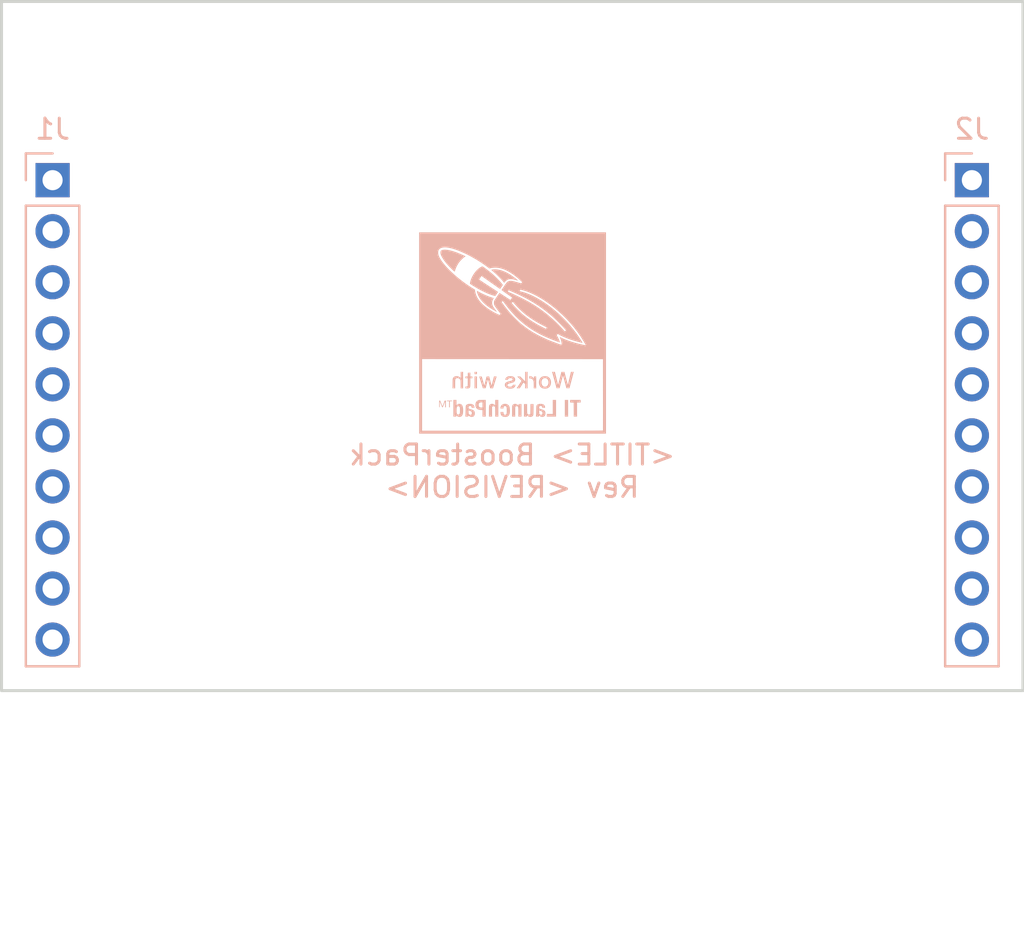
<source format=kicad_pcb>
(kicad_pcb (version 20240108) (generator "pcbnew") (generator_version "8.0")
  (title_block (title "<TITLE>") (rev "<REVISION>"))
  (layers (0 "F.Cu" signal) (31 "B.Cu" signal) (34 "B.Paste" user) (35 "F.Paste" user) (36 "B.SilkS" user "B.Silkscreen") (37 "F.SilkS" user "F.Silkscreen") (38 "B.Mask" user) (39 "F.Mask" user) (44 "Edge.Cuts" user))
  (net 0 "")
  (net 1 "/D2{slash}A")
  (net 2 "/D3{slash}UART.RX")
  (net 3 "/D4{slash}UART.TX")
  (net 4 "/D5")
  (net 5 "/D6{slash}A")
  (net 6 "/D7{slash}SPI.CLK")
  (net 7 "/D8")
  (net 8 "/D9{slash}SCL")
  (net 9 "/D10{slash}SDA")
  (net 10 "+3V3")
  (net 11 "/*D19")
  (net 12 "/D18{slash}SPI.CS")
  (net 13 "/D17")
  (net 14 "/RST{slash}D16")
  (net 15 "/D15{slash}SPI.MOSI")
  (net 16 "/D14{slash}SPI.MISO")
  (net 17 "/D13{slash}SPI.CS")
  (net 18 "/D12{slash}SPI.CS")
  (net 19 "/D11")
  (net 20 "GND")
  (footprint "Connector_PinSocket_2.54mm:PinSocket_1x10_P2.54mm_Vertical" (layer "B.Cu") (at 102.54 74.6 180)
    (property "Reference" "J1" (at 0 2.54 0) (layer "B.SilkS") (effects (justify mirror)))
    (property "Value" "Conn_01x10" (hide yes))
    (pad "1" thru_hole rect (at 0 0 180) (size 1.7 1.7) (drill 1) (layers "*.Cu" "*.Mask") (net 10 "+3V3"))
    (pad "2" thru_hole oval (at 0 -2.54 180) (size 1.7 1.7) (drill 1) (layers "*.Cu" "*.Mask") (net 1 "/D2{slash}A"))
    (pad "3" thru_hole oval (at 0 -5.08 180) (size 1.7 1.7) (drill 1) (layers "*.Cu" "*.Mask") (net 2 "/D3{slash}UART.RX"))
    (pad "4" thru_hole oval (at 0 -7.62 180) (size 1.7 1.7) (drill 1) (layers "*.Cu" "*.Mask") (net 3 "/D4{slash}UART.TX"))
    (pad "5" thru_hole oval (at 0 -10.16 180) (size 1.7 1.7) (drill 1) (layers "*.Cu" "*.Mask") (net 4 "/D5"))
    (pad "6" thru_hole oval (at 0 -12.7 180) (size 1.7 1.7) (drill 1) (layers "*.Cu" "*.Mask") (net 5 "/D6{slash}A"))
    (pad "7" thru_hole oval (at 0 -15.24 180) (size 1.7 1.7) (drill 1) (layers "*.Cu" "*.Mask") (net 6 "/D7{slash}SPI.CLK"))
    (pad "8" thru_hole oval (at 0 -17.78 180) (size 1.7 1.7) (drill 1) (layers "*.Cu" "*.Mask") (net 7 "/D8"))
    (pad "9" thru_hole oval (at 0 -20.32 180) (size 1.7 1.7) (drill 1) (layers "*.Cu" "*.Mask") (net 8 "/D9{slash}SCL"))
    (pad "10" thru_hole oval (at 0 -22.86 180) (size 1.7 1.7) (drill 1) (layers "*.Cu" "*.Mask") (net 9 "/D10{slash}SDA"))
  )
  (footprint "Connector_PinSocket_2.54mm:PinSocket_1x10_P2.54mm_Vertical" (layer "B.Cu") (at 148.26 74.6 180)
    (property "Reference" "J2" (at 0 2.54 0) (layer "B.SilkS") (effects (justify mirror)))
    (property "Value" "Conn_01x10" (hide yes))
    (pad "1" thru_hole rect (at 0 0 180) (size 1.7 1.7) (drill 1) (layers "*.Cu" "*.Mask") (net 20 "GND"))
    (pad "2" thru_hole oval (at 0 -2.54 180) (size 1.7 1.7) (drill 1) (layers "*.Cu" "*.Mask") (net 11 "/*D19"))
    (pad "3" thru_hole oval (at 0 -5.08 180) (size 1.7 1.7) (drill 1) (layers "*.Cu" "*.Mask") (net 12 "/D18{slash}SPI.CS"))
    (pad "4" thru_hole oval (at 0 -7.62 180) (size 1.7 1.7) (drill 1) (layers "*.Cu" "*.Mask") (net 13 "/D17"))
    (pad "5" thru_hole oval (at 0 -10.16 180) (size 1.7 1.7) (drill 1) (layers "*.Cu" "*.Mask") (net 14 "/RST{slash}D16"))
    (pad "6" thru_hole oval (at 0 -12.7 180) (size 1.7 1.7) (drill 1) (layers "*.Cu" "*.Mask") (net 15 "/D15{slash}SPI.MOSI"))
    (pad "7" thru_hole oval (at 0 -15.24 180) (size 1.7 1.7) (drill 1) (layers "*.Cu" "*.Mask") (net 16 "/D14{slash}SPI.MISO"))
    (pad "8" thru_hole oval (at 0 -17.78 180) (size 1.7 1.7) (drill 1) (layers "*.Cu" "*.Mask") (net 17 "/D13{slash}SPI.CS"))
    (pad "9" thru_hole oval (at 0 -20.32 180) (size 1.7 1.7) (drill 1) (layers "*.Cu" "*.Mask") (net 18 "/D12{slash}SPI.CS"))
    (pad "10" thru_hole oval (at 0 -22.86 180) (size 1.7 1.7) (drill 1) (layers "*.Cu" "*.Mask") (net 19 "/D11"))
  )
  (footprint "LOGO" (layer "B.Cu") (at 125.4 82.22 180)
    (property "Reference" "G1" (hide yes))
    (property "Value" "LaunchPad-Logo" (hide yes))
  )
  (gr_rect (start 100 65.71) (end 150.8 100) (stroke (width 0.14986)) (fill none) (layer "Edge.Cuts"))
  (gr_text "${TITLE} BoosterPack\nRev ${REVISION}" (at 125.4 89.078 0) (layer "B.SilkS") (effects (font (size 1 1)) (justify mirror)))
)
</source>
